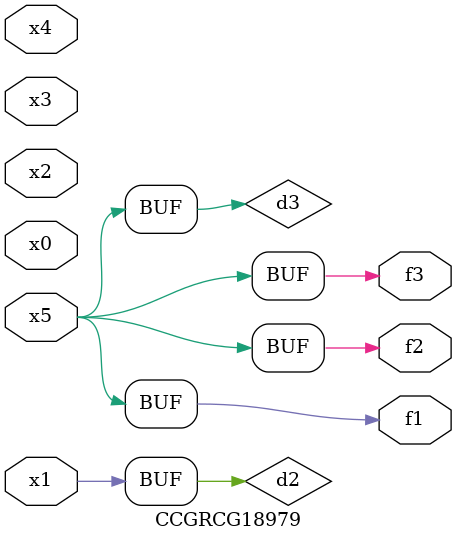
<source format=v>
module CCGRCG18979(
	input x0, x1, x2, x3, x4, x5,
	output f1, f2, f3
);

	wire d1, d2, d3;

	not (d1, x5);
	or (d2, x1);
	xnor (d3, d1);
	assign f1 = d3;
	assign f2 = d3;
	assign f3 = d3;
endmodule

</source>
